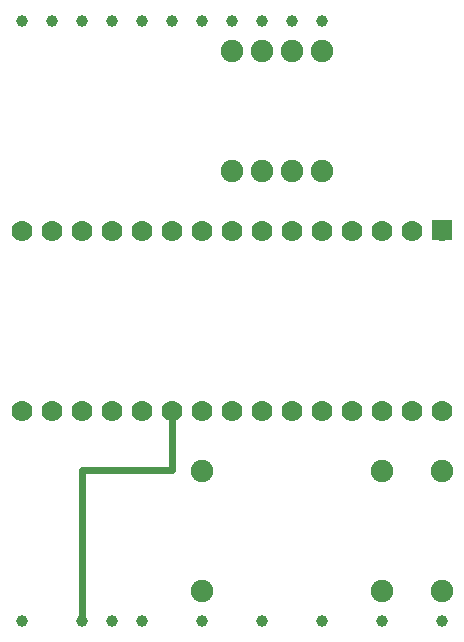
<source format=gbl>
G04 MADE WITH FRITZING*
G04 WWW.FRITZING.ORG*
G04 DOUBLE SIDED*
G04 HOLES PLATED*
G04 CONTOUR ON CENTER OF CONTOUR VECTOR*
%ASAXBY*%
%FSLAX23Y23*%
%MOIN*%
%OFA0B0*%
%SFA1.0B1.0*%
%ADD10C,0.070000*%
%ADD11C,0.075000*%
%ADD12C,0.039370*%
%ADD13R,0.070000X0.069972*%
%ADD14C,0.024000*%
%LNCOPPER0*%
G90*
G70*
G54D10*
X1616Y1346D03*
X1516Y1346D03*
X1416Y1346D03*
X1316Y1346D03*
X1216Y1346D03*
X1116Y1346D03*
X1016Y1346D03*
X916Y1346D03*
X816Y1346D03*
X716Y1346D03*
X616Y1346D03*
X516Y1346D03*
X416Y1346D03*
X316Y1346D03*
X216Y1346D03*
X1616Y746D03*
X1516Y746D03*
X1416Y746D03*
X1316Y746D03*
X1216Y746D03*
X1116Y746D03*
X1016Y746D03*
X916Y746D03*
X816Y746D03*
X716Y746D03*
X616Y746D03*
X516Y746D03*
X416Y746D03*
X316Y746D03*
X216Y746D03*
G54D11*
X1216Y1946D03*
X1216Y1546D03*
X1116Y1946D03*
X1116Y1546D03*
X1016Y1946D03*
X1016Y1546D03*
X916Y1946D03*
X916Y1546D03*
G54D12*
X1216Y2046D03*
X1116Y2046D03*
X1016Y2046D03*
X916Y2046D03*
X216Y46D03*
X616Y46D03*
X216Y2046D03*
X316Y2046D03*
X416Y2046D03*
X516Y2046D03*
X616Y2046D03*
X716Y2046D03*
X816Y2046D03*
X516Y46D03*
G54D11*
X816Y546D03*
X816Y146D03*
G54D12*
X416Y46D03*
X816Y46D03*
X1016Y46D03*
X1216Y46D03*
X1416Y46D03*
X1616Y46D03*
G54D11*
X1616Y546D03*
X1616Y146D03*
X1416Y546D03*
X1416Y146D03*
G54D13*
X1616Y1347D03*
G54D14*
X416Y65D02*
X416Y547D01*
D02*
X716Y547D02*
X716Y717D01*
D02*
X416Y547D02*
X716Y547D01*
G04 End of Copper0*
M02*
</source>
